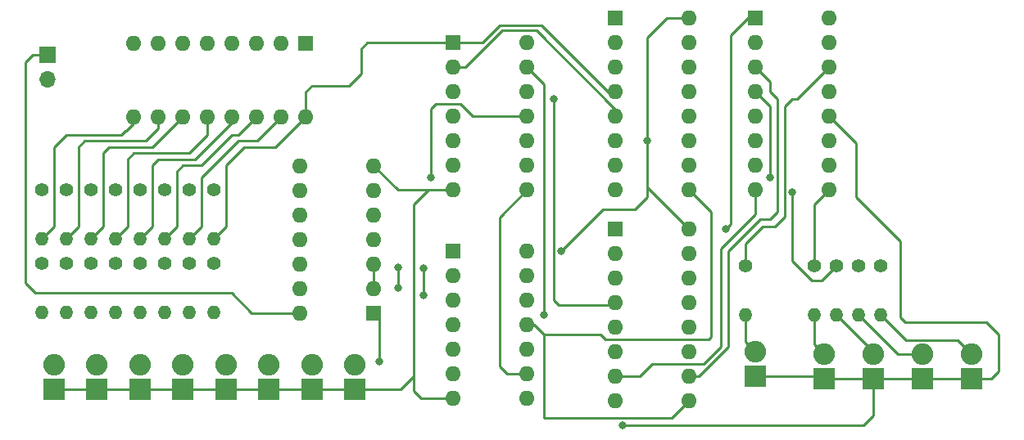
<source format=gbr>
%TF.GenerationSoftware,KiCad,Pcbnew,(6.0.4)*%
%TF.CreationDate,2022-04-08T01:44:20+01:00*%
%TF.ProjectId,test,74657374-2e6b-4696-9361-645f70636258,rev?*%
%TF.SameCoordinates,Original*%
%TF.FileFunction,Copper,L2,Bot*%
%TF.FilePolarity,Positive*%
%FSLAX46Y46*%
G04 Gerber Fmt 4.6, Leading zero omitted, Abs format (unit mm)*
G04 Created by KiCad (PCBNEW (6.0.4)) date 2022-04-08 01:44:20*
%MOMM*%
%LPD*%
G01*
G04 APERTURE LIST*
%TA.AperFunction,ComponentPad*%
%ADD10R,1.600000X1.600000*%
%TD*%
%TA.AperFunction,ComponentPad*%
%ADD11O,1.600000X1.600000*%
%TD*%
%TA.AperFunction,ComponentPad*%
%ADD12O,1.400000X1.400000*%
%TD*%
%TA.AperFunction,ComponentPad*%
%ADD13C,1.400000*%
%TD*%
%TA.AperFunction,ComponentPad*%
%ADD14R,2.240000X2.240000*%
%TD*%
%TA.AperFunction,ComponentPad*%
%ADD15O,2.240000X2.240000*%
%TD*%
%TA.AperFunction,ComponentPad*%
%ADD16R,1.700000X1.700000*%
%TD*%
%TA.AperFunction,ComponentPad*%
%ADD17O,1.700000X1.700000*%
%TD*%
%TA.AperFunction,ViaPad*%
%ADD18C,0.800000*%
%TD*%
%TA.AperFunction,Conductor*%
%ADD19C,0.250000*%
%TD*%
G04 APERTURE END LIST*
D10*
%TO.P,U6,1,~{Mr}*%
%TO.N,unconnected-(U6-Pad1)*%
X99314000Y-51054000D03*
D11*
%TO.P,U6,2,Q0*%
%TO.N,/4bit register/Q0_1*%
X99314000Y-53594000D03*
%TO.P,U6,3,~{Q0}*%
%TO.N,unconnected-(U6-Pad3)*%
X99314000Y-56134000D03*
%TO.P,U6,4,D0*%
%TO.N,/4bit register/D0_1*%
X99314000Y-58674000D03*
%TO.P,U6,5,D1*%
%TO.N,/4bit register/D1_1*%
X99314000Y-61214000D03*
%TO.P,U6,6,~{Q1}*%
%TO.N,unconnected-(U6-Pad6)*%
X99314000Y-63754000D03*
%TO.P,U6,7,Q1*%
%TO.N,/4bit register/Q1_1*%
X99314000Y-66294000D03*
%TO.P,U6,8,GND*%
%TO.N,/4bit register/GND*%
X99314000Y-68834000D03*
%TO.P,U6,9,Cp*%
%TO.N,/4bit register/CLK*%
X106934000Y-68834000D03*
%TO.P,U6,10,Q2*%
%TO.N,/4bit register/Q2_1*%
X106934000Y-66294000D03*
%TO.P,U6,11,~{Q2}*%
%TO.N,unconnected-(U6-Pad11)*%
X106934000Y-63754000D03*
%TO.P,U6,12,D2*%
%TO.N,/4bit register/D2_1*%
X106934000Y-61214000D03*
%TO.P,U6,13,D3*%
%TO.N,/4bit register/D3_1*%
X106934000Y-58674000D03*
%TO.P,U6,14,~{Q3}*%
%TO.N,unconnected-(U6-Pad14)*%
X106934000Y-56134000D03*
%TO.P,U6,15,Q3*%
%TO.N,/4bit register/Q3_1*%
X106934000Y-53594000D03*
%TO.P,U6,16,VCC*%
%TO.N,/4bit register/VCC*%
X106934000Y-51054000D03*
%TD*%
D10*
%TO.P,SW1,1*%
%TO.N,/4bit register/VCC*%
X67320000Y-31792500D03*
D11*
%TO.P,SW1,2*%
X64780000Y-31792500D03*
%TO.P,SW1,3*%
X62240000Y-31792500D03*
%TO.P,SW1,4*%
X59700000Y-31792500D03*
%TO.P,SW1,5*%
X57160000Y-31792500D03*
%TO.P,SW1,6*%
X54620000Y-31792500D03*
%TO.P,SW1,7*%
X52080000Y-31792500D03*
%TO.P,SW1,8*%
X49540000Y-31792500D03*
%TO.P,SW1,9*%
%TO.N,/4bit register/D3_1*%
X49540000Y-39412500D03*
%TO.P,SW1,10*%
%TO.N,/4bit register/D2_1*%
X52080000Y-39412500D03*
%TO.P,SW1,11*%
%TO.N,/4bit register/D1_1*%
X54620000Y-39412500D03*
%TO.P,SW1,12*%
%TO.N,/4bit register/D0_1*%
X57160000Y-39412500D03*
%TO.P,SW1,13*%
%TO.N,/4bit register/D3_0*%
X59700000Y-39412500D03*
%TO.P,SW1,14*%
%TO.N,/4bit register/D2_0*%
X62240000Y-39412500D03*
%TO.P,SW1,15*%
%TO.N,/4bit register/D1_0*%
X64780000Y-39412500D03*
%TO.P,SW1,16*%
%TO.N,/4bit register/D0_0*%
X67320000Y-39412500D03*
%TD*%
D12*
%TO.P,R21,2*%
%TO.N,Net-(D13-Pad2)*%
X57785000Y-59690000D03*
D13*
%TO.P,R21,1*%
%TO.N,/4bit register/D0_0*%
X57785000Y-54610000D03*
%TD*%
D12*
%TO.P,R20,2*%
%TO.N,Net-(D12-Pad2)*%
X55245000Y-59690000D03*
D13*
%TO.P,R20,1*%
%TO.N,/4bit register/D1_0*%
X55245000Y-54610000D03*
%TD*%
D12*
%TO.P,R19,2*%
%TO.N,Net-(D11-Pad2)*%
X52705000Y-59690000D03*
D13*
%TO.P,R19,1*%
%TO.N,/4bit register/D2_0*%
X52705000Y-54610000D03*
%TD*%
D12*
%TO.P,R18,2*%
%TO.N,Net-(D10-Pad2)*%
X50165000Y-59690000D03*
D13*
%TO.P,R18,1*%
%TO.N,/4bit register/D3_0*%
X50165000Y-54610000D03*
%TD*%
%TO.P,R17,1*%
%TO.N,/4bit register/D0_1*%
X47625000Y-54610000D03*
D12*
%TO.P,R17,2*%
%TO.N,Net-(D9-Pad2)*%
X47625000Y-59690000D03*
%TD*%
D13*
%TO.P,R16,1*%
%TO.N,/4bit register/D1_1*%
X45085000Y-54610000D03*
D12*
%TO.P,R16,2*%
%TO.N,Net-(D8-Pad2)*%
X45085000Y-59690000D03*
%TD*%
D13*
%TO.P,R15,1*%
%TO.N,/4bit register/D2_1*%
X42545000Y-54610000D03*
D12*
%TO.P,R15,2*%
%TO.N,Net-(D7-Pad2)*%
X42545000Y-59690000D03*
%TD*%
D13*
%TO.P,R14,1*%
%TO.N,/4bit register/D3_1*%
X40005000Y-54610000D03*
D12*
%TO.P,R14,2*%
%TO.N,Net-(D6-Pad2)*%
X40005000Y-59690000D03*
%TD*%
D14*
%TO.P,D13,1,K*%
%TO.N,/4bit register/GND*%
X72390000Y-67650000D03*
D15*
%TO.P,D13,2,A*%
%TO.N,Net-(D13-Pad2)*%
X72390000Y-65110000D03*
%TD*%
%TO.P,D12,2,A*%
%TO.N,Net-(D12-Pad2)*%
X67945000Y-65110000D03*
D14*
%TO.P,D12,1,K*%
%TO.N,/4bit register/GND*%
X67945000Y-67650000D03*
%TD*%
D15*
%TO.P,D11,2,A*%
%TO.N,Net-(D11-Pad2)*%
X63500000Y-65110000D03*
D14*
%TO.P,D11,1,K*%
%TO.N,/4bit register/GND*%
X63500000Y-67650000D03*
%TD*%
%TO.P,D10,1,K*%
%TO.N,/4bit register/GND*%
X59055000Y-67650000D03*
D15*
%TO.P,D10,2,A*%
%TO.N,Net-(D10-Pad2)*%
X59055000Y-65110000D03*
%TD*%
D14*
%TO.P,D9,1,K*%
%TO.N,/4bit register/GND*%
X54610000Y-67650000D03*
D15*
%TO.P,D9,2,A*%
%TO.N,Net-(D9-Pad2)*%
X54610000Y-65110000D03*
%TD*%
%TO.P,D8,2,A*%
%TO.N,Net-(D8-Pad2)*%
X50165000Y-65110000D03*
D14*
%TO.P,D8,1,K*%
%TO.N,/4bit register/GND*%
X50165000Y-67650000D03*
%TD*%
%TO.P,D7,1,K*%
%TO.N,/4bit register/GND*%
X45720000Y-67650000D03*
D15*
%TO.P,D7,2,A*%
%TO.N,Net-(D7-Pad2)*%
X45720000Y-65110000D03*
%TD*%
D14*
%TO.P,D6,1,K*%
%TO.N,/4bit register/GND*%
X41275000Y-67650000D03*
D15*
%TO.P,D6,2,A*%
%TO.N,Net-(D6-Pad2)*%
X41275000Y-65110000D03*
%TD*%
D14*
%TO.P,D5,1,K*%
%TO.N,/4bit register/GND*%
X113792000Y-66294000D03*
D15*
%TO.P,D5,2,A*%
%TO.N,Net-(D5-Pad2)*%
X113792000Y-63754000D03*
%TD*%
D13*
%TO.P,R8,1*%
%TO.N,/4bit register/GND*%
X52705000Y-46990000D03*
D12*
%TO.P,R8,2*%
%TO.N,/4bit register/D2_0*%
X52705000Y-52070000D03*
%TD*%
D13*
%TO.P,R12,1*%
%TO.N,/4bit register/GND*%
X42545000Y-46990000D03*
D12*
%TO.P,R12,2*%
%TO.N,/4bit register/D2_1*%
X42545000Y-52070000D03*
%TD*%
%TO.P,R2,2*%
%TO.N,Net-(D2-Pad2)*%
X122174000Y-59944000D03*
D13*
%TO.P,R2,1*%
%TO.N,Net-(R2-Pad1)*%
X122174000Y-54864000D03*
%TD*%
%TO.P,R6,1*%
%TO.N,/4bit register/GND*%
X57785000Y-46990000D03*
D12*
%TO.P,R6,2*%
%TO.N,/4bit register/D0_0*%
X57785000Y-52070000D03*
%TD*%
D11*
%TO.P,U2,14,VCC*%
%TO.N,/4bit register/VCC*%
X90170000Y-53340000D03*
%TO.P,U2,13*%
%TO.N,Net-(U2-Pad13)*%
X90170000Y-55880000D03*
%TO.P,U2,12*%
%TO.N,Net-(U2-Pad12)*%
X90170000Y-58420000D03*
%TO.P,U2,11*%
%TO.N,/4bit register/CLK*%
X90170000Y-60960000D03*
%TO.P,U2,10*%
%TO.N,Net-(U2-Pad10)*%
X90170000Y-63500000D03*
%TO.P,U2,9*%
%TO.N,Net-(U1-Pad8)*%
X90170000Y-66040000D03*
%TO.P,U2,8*%
%TO.N,Net-(U2-Pad13)*%
X90170000Y-68580000D03*
%TO.P,U2,7,GND*%
%TO.N,/4bit register/GND*%
X82550000Y-68580000D03*
%TO.P,U2,6*%
%TO.N,Net-(U2-Pad10)*%
X82550000Y-66040000D03*
%TO.P,U2,5*%
%TO.N,/4bit register/D3_1*%
X82550000Y-63500000D03*
%TO.P,U2,4*%
%TO.N,Net-(U2-Pad3)*%
X82550000Y-60960000D03*
%TO.P,U2,3*%
X82550000Y-58420000D03*
%TO.P,U2,2*%
%TO.N,/4bit register/D2_1*%
X82550000Y-55880000D03*
D10*
%TO.P,U2,1*%
%TO.N,Net-(U1-Pad11)*%
X82550000Y-53340000D03*
%TD*%
D13*
%TO.P,R3,1*%
%TO.N,Net-(R3-Pad1)*%
X124460000Y-54864000D03*
D12*
%TO.P,R3,2*%
%TO.N,Net-(D3-Pad2)*%
X124460000Y-59944000D03*
%TD*%
D11*
%TO.P,U4,16,B4*%
%TO.N,/4bit register/Q3_0*%
X121412000Y-29210000D03*
%TO.P,U4,15,S4*%
%TO.N,Net-(R4-Pad1)*%
X121412000Y-31750000D03*
%TO.P,U4,14,C4*%
%TO.N,Net-(R5-Pad1)*%
X121412000Y-34290000D03*
%TO.P,U4,13,C0*%
%TO.N,unconnected-(U4-Pad13)*%
X121412000Y-36830000D03*
%TO.P,U4,12,GND*%
%TO.N,/4bit register/GND*%
X121412000Y-39370000D03*
%TO.P,U4,11,B1*%
%TO.N,/4bit register/Q0_0*%
X121412000Y-41910000D03*
%TO.P,U4,10,A1*%
%TO.N,/4bit register/Q0_1*%
X121412000Y-44450000D03*
%TO.P,U4,9,S1*%
%TO.N,Net-(R1-Pad1)*%
X121412000Y-46990000D03*
%TO.P,U4,8,A2*%
%TO.N,/4bit register/Q1_1*%
X113792000Y-46990000D03*
%TO.P,U4,7,B2*%
%TO.N,/4bit register/Q1_0*%
X113792000Y-44450000D03*
%TO.P,U4,6,S2*%
%TO.N,Net-(R2-Pad1)*%
X113792000Y-41910000D03*
%TO.P,U4,5,VCC*%
%TO.N,/4bit register/VCC*%
X113792000Y-39370000D03*
%TO.P,U4,4,B3*%
%TO.N,/4bit register/Q2_0*%
X113792000Y-36830000D03*
%TO.P,U4,3,A3*%
%TO.N,/4bit register/Q2_1*%
X113792000Y-34290000D03*
%TO.P,U4,2,S3*%
%TO.N,Net-(R3-Pad1)*%
X113792000Y-31750000D03*
D10*
%TO.P,U4,1,A4*%
%TO.N,/4bit register/Q3_1*%
X113792000Y-29210000D03*
%TD*%
D13*
%TO.P,R1,1*%
%TO.N,Net-(R1-Pad1)*%
X119888000Y-54864000D03*
D12*
%TO.P,R1,2*%
%TO.N,Net-(D1-Pad2)*%
X119888000Y-59944000D03*
%TD*%
D13*
%TO.P,R4,1*%
%TO.N,Net-(R4-Pad1)*%
X126746000Y-54864000D03*
D12*
%TO.P,R4,2*%
%TO.N,Net-(D4-Pad2)*%
X126746000Y-59944000D03*
%TD*%
D14*
%TO.P,D1,1,K*%
%TO.N,/4bit register/GND*%
X120904000Y-66548000D03*
D15*
%TO.P,D1,2,A*%
%TO.N,Net-(D1-Pad2)*%
X120904000Y-64008000D03*
%TD*%
D16*
%TO.P,BT1,1,+*%
%TO.N,/4bit register/VCC*%
X40640000Y-33020000D03*
D17*
%TO.P,BT1,2,-*%
%TO.N,/4bit register/GND*%
X40640000Y-35560000D03*
%TD*%
D13*
%TO.P,R11,1*%
%TO.N,/4bit register/GND*%
X45085000Y-46990000D03*
D12*
%TO.P,R11,2*%
%TO.N,/4bit register/D1_1*%
X45085000Y-52070000D03*
%TD*%
D13*
%TO.P,R13,1*%
%TO.N,/4bit register/GND*%
X40005000Y-46990000D03*
D12*
%TO.P,R13,2*%
%TO.N,/4bit register/D3_1*%
X40005000Y-52070000D03*
%TD*%
D10*
%TO.P,U5,1,~{Mr}*%
%TO.N,unconnected-(U5-Pad1)*%
X99324000Y-29200000D03*
D11*
%TO.P,U5,2,Q0*%
%TO.N,/4bit register/Q0_0*%
X99324000Y-31740000D03*
%TO.P,U5,3,~{Q0}*%
%TO.N,unconnected-(U5-Pad3)*%
X99324000Y-34280000D03*
%TO.P,U5,4,D0*%
%TO.N,/4bit register/D0_0*%
X99324000Y-36820000D03*
%TO.P,U5,5,D1*%
%TO.N,/4bit register/D1_0*%
X99324000Y-39360000D03*
%TO.P,U5,6,~{Q1}*%
%TO.N,unconnected-(U5-Pad6)*%
X99324000Y-41900000D03*
%TO.P,U5,7,Q1*%
%TO.N,/4bit register/Q1_0*%
X99324000Y-44440000D03*
%TO.P,U5,8,GND*%
%TO.N,/4bit register/GND*%
X99324000Y-46980000D03*
%TO.P,U5,9,Cp*%
%TO.N,/4bit register/CLK*%
X106944000Y-46980000D03*
%TO.P,U5,10,Q2*%
%TO.N,/4bit register/Q2_0*%
X106944000Y-44440000D03*
%TO.P,U5,11,~{Q2}*%
%TO.N,unconnected-(U5-Pad11)*%
X106944000Y-41900000D03*
%TO.P,U5,12,D2*%
%TO.N,/4bit register/D2_0*%
X106944000Y-39360000D03*
%TO.P,U5,13,D3*%
%TO.N,/4bit register/D3_0*%
X106944000Y-36820000D03*
%TO.P,U5,14,~{Q3}*%
%TO.N,unconnected-(U5-Pad14)*%
X106944000Y-34280000D03*
%TO.P,U5,15,Q3*%
%TO.N,/4bit register/Q3_0*%
X106944000Y-31740000D03*
%TO.P,U5,16,VCC*%
%TO.N,/4bit register/VCC*%
X106944000Y-29200000D03*
%TD*%
D13*
%TO.P,R5,1*%
%TO.N,Net-(R5-Pad1)*%
X112776000Y-54864000D03*
D12*
%TO.P,R5,2*%
%TO.N,Net-(D5-Pad2)*%
X112776000Y-59944000D03*
%TD*%
D15*
%TO.P,D3,2,A*%
%TO.N,Net-(D3-Pad2)*%
X131064000Y-64008000D03*
D14*
%TO.P,D3,1,K*%
%TO.N,/4bit register/GND*%
X131064000Y-66548000D03*
%TD*%
D11*
%TO.P,U1,14,VCC*%
%TO.N,/4bit register/VCC*%
X90180000Y-31745000D03*
%TO.P,U1,13*%
%TO.N,/4bit register/D1_1*%
X90180000Y-34285000D03*
%TO.P,U1,12*%
%TO.N,/4bit register/D0_1*%
X90180000Y-36825000D03*
%TO.P,U1,11*%
%TO.N,Net-(U1-Pad11)*%
X90180000Y-39365000D03*
%TO.P,U1,10*%
%TO.N,/4bit register/D3_0*%
X90180000Y-41905000D03*
%TO.P,U1,9*%
%TO.N,Net-(U1-Pad6)*%
X90180000Y-44445000D03*
%TO.P,U1,8*%
%TO.N,Net-(U1-Pad8)*%
X90180000Y-46985000D03*
%TO.P,U1,7,GND*%
%TO.N,/4bit register/GND*%
X82560000Y-46985000D03*
%TO.P,U1,6*%
%TO.N,Net-(U1-Pad6)*%
X82560000Y-44445000D03*
%TO.P,U1,5*%
%TO.N,/4bit register/D2_0*%
X82560000Y-41905000D03*
%TO.P,U1,4*%
%TO.N,Net-(U1-Pad3)*%
X82560000Y-39365000D03*
%TO.P,U1,3*%
X82560000Y-36825000D03*
%TO.P,U1,2*%
%TO.N,/4bit register/D1_0*%
X82560000Y-34285000D03*
D10*
%TO.P,U1,1*%
%TO.N,/4bit register/D0_0*%
X82560000Y-31745000D03*
%TD*%
D13*
%TO.P,R10,1*%
%TO.N,/4bit register/GND*%
X47625000Y-46990000D03*
D12*
%TO.P,R10,2*%
%TO.N,/4bit register/D0_1*%
X47625000Y-52070000D03*
%TD*%
D14*
%TO.P,D4,1,K*%
%TO.N,/4bit register/GND*%
X136144000Y-66548000D03*
D15*
%TO.P,D4,2,A*%
%TO.N,Net-(D4-Pad2)*%
X136144000Y-64008000D03*
%TD*%
D13*
%TO.P,R9,1*%
%TO.N,/4bit register/GND*%
X50165000Y-46990000D03*
D12*
%TO.P,R9,2*%
%TO.N,/4bit register/D3_0*%
X50165000Y-52070000D03*
%TD*%
D13*
%TO.P,R7,1*%
%TO.N,/4bit register/GND*%
X55245000Y-46990000D03*
D12*
%TO.P,R7,2*%
%TO.N,/4bit register/D1_0*%
X55245000Y-52070000D03*
%TD*%
D11*
%TO.P,U3,14,VCC*%
%TO.N,/4bit register/VCC*%
X66665000Y-59695000D03*
%TO.P,U3,13*%
%TO.N,unconnected-(U3-Pad13)*%
X66665000Y-57155000D03*
%TO.P,U3,12*%
%TO.N,unconnected-(U3-Pad12)*%
X66665000Y-54615000D03*
%TO.P,U3,11*%
%TO.N,unconnected-(U3-Pad11)*%
X66665000Y-52075000D03*
%TO.P,U3,10*%
%TO.N,unconnected-(U3-Pad10)*%
X66665000Y-49535000D03*
%TO.P,U3,9*%
%TO.N,unconnected-(U3-Pad9)*%
X66665000Y-46995000D03*
%TO.P,U3,8*%
%TO.N,unconnected-(U3-Pad8)*%
X66665000Y-44455000D03*
%TO.P,U3,7,GND*%
%TO.N,/4bit register/GND*%
X74285000Y-44455000D03*
%TO.P,U3,6*%
%TO.N,unconnected-(U3-Pad6)*%
X74285000Y-46995000D03*
%TO.P,U3,5*%
%TO.N,unconnected-(U3-Pad5)*%
X74285000Y-49535000D03*
%TO.P,U3,4*%
%TO.N,Net-(U2-Pad12)*%
X74285000Y-52075000D03*
%TO.P,U3,3*%
%TO.N,Net-(U3-Pad2)*%
X74285000Y-54615000D03*
%TO.P,U3,2*%
X74285000Y-57155000D03*
D10*
%TO.P,U3,1*%
%TO.N,Net-(U2-Pad13)*%
X74285000Y-59695000D03*
%TD*%
D14*
%TO.P,D2,1,K*%
%TO.N,/4bit register/GND*%
X125984000Y-66548000D03*
D15*
%TO.P,D2,2,A*%
%TO.N,Net-(D2-Pad2)*%
X125984000Y-64008000D03*
%TD*%
D18*
%TO.N,Net-(R2-Pad1)*%
X117602000Y-47244000D03*
%TO.N,/4bit register/VCC*%
X102616000Y-41910000D03*
%TO.N,/4bit register/Q3_1*%
X110744000Y-51054000D03*
%TO.N,/4bit register/Q2_0*%
X115316000Y-45720000D03*
%TO.N,/4bit register/VCC*%
X93726000Y-53340000D03*
%TO.N,/4bit register/GND*%
X100076000Y-71374000D03*
%TO.N,/4bit register/D0_1*%
X92964000Y-37592000D03*
%TO.N,/4bit register/D1_1*%
X91948000Y-59944000D03*
%TO.N,Net-(U2-Pad13)*%
X79502000Y-55118000D03*
X79502000Y-57912000D03*
%TO.N,Net-(U1-Pad11)*%
X80264000Y-45720000D03*
%TO.N,Net-(U2-Pad12)*%
X76820802Y-57150000D03*
X76814104Y-55002035D03*
%TO.N,Net-(U2-Pad13)*%
X74930000Y-64770000D03*
%TD*%
D19*
%TO.N,/4bit register/GND*%
X125984000Y-66548000D02*
X125984000Y-70358000D01*
X125984000Y-70358000D02*
X124968000Y-71374000D01*
X124968000Y-71374000D02*
X100076000Y-71374000D01*
X131064000Y-66548000D02*
X136144000Y-66548000D01*
X125984000Y-66548000D02*
X131064000Y-66548000D01*
X120904000Y-66548000D02*
X125984000Y-66548000D01*
X113792000Y-66294000D02*
X120650000Y-66294000D01*
X120650000Y-66294000D02*
X120904000Y-66548000D01*
%TO.N,Net-(D4-Pad2)*%
X126746000Y-59944000D02*
X129365489Y-62563489D01*
X134699489Y-62563489D02*
X136144000Y-64008000D01*
X129365489Y-62563489D02*
X134699489Y-62563489D01*
%TO.N,Net-(D3-Pad2)*%
X124460000Y-59944000D02*
X128524000Y-64008000D01*
X128524000Y-64008000D02*
X131064000Y-64008000D01*
%TO.N,Net-(D2-Pad2)*%
X122174000Y-59944000D02*
X125984000Y-63754000D01*
X125984000Y-63754000D02*
X125984000Y-64008000D01*
%TO.N,Net-(D1-Pad2)*%
X119888000Y-59944000D02*
X119888000Y-62992000D01*
X119888000Y-62992000D02*
X120904000Y-64008000D01*
%TO.N,Net-(D5-Pad2)*%
X112776000Y-59944000D02*
X112776000Y-62738000D01*
X112776000Y-62738000D02*
X113792000Y-63754000D01*
%TO.N,Net-(R2-Pad1)*%
X117602000Y-47244000D02*
X117602000Y-54356000D01*
X117602000Y-54356000D02*
X119634000Y-56388000D01*
X120650000Y-56388000D02*
X122174000Y-54864000D01*
X119634000Y-56388000D02*
X120650000Y-56388000D01*
%TO.N,/4bit register/Q3_1*%
X110744000Y-51054000D02*
X111252000Y-50546000D01*
X111252000Y-50546000D02*
X111252000Y-30988000D01*
X111252000Y-30988000D02*
X113030000Y-29210000D01*
X113030000Y-29210000D02*
X113792000Y-29210000D01*
%TO.N,Net-(R1-Pad1)*%
X121412000Y-46990000D02*
X119888000Y-48514000D01*
X119888000Y-48514000D02*
X119888000Y-54864000D01*
%TO.N,Net-(R5-Pad1)*%
X115824000Y-50800000D02*
X114554000Y-50800000D01*
X116840000Y-49784000D02*
X115824000Y-50800000D01*
X118110000Y-37592000D02*
X117602000Y-37592000D01*
X121412000Y-34290000D02*
X118110000Y-37592000D01*
X116840000Y-38354000D02*
X116840000Y-49784000D01*
X117602000Y-37592000D02*
X116840000Y-38354000D01*
X114554000Y-50800000D02*
X112776000Y-52578000D01*
X112776000Y-52578000D02*
X112776000Y-54864000D01*
%TO.N,/4bit register/Q2_1*%
X106934000Y-66294000D02*
X107950000Y-66294000D01*
X110998000Y-63246000D02*
X110998000Y-53340000D01*
X107950000Y-66294000D02*
X110998000Y-63246000D01*
X110998000Y-53340000D02*
X114300000Y-50038000D01*
X114300000Y-50038000D02*
X115316000Y-50038000D01*
X115316000Y-36830000D02*
X115316000Y-35814000D01*
X115316000Y-50038000D02*
X116078000Y-49276000D01*
X116078000Y-49276000D02*
X116078000Y-37592000D01*
X115316000Y-35814000D02*
X113792000Y-34290000D01*
X116078000Y-37592000D02*
X115316000Y-36830000D01*
%TO.N,/4bit register/Q1_1*%
X99314000Y-66294000D02*
X101854000Y-66294000D01*
X108458000Y-65024000D02*
X110236000Y-63246000D01*
X101854000Y-66294000D02*
X103124000Y-65024000D01*
X103124000Y-65024000D02*
X108458000Y-65024000D01*
X110236000Y-63246000D02*
X110236000Y-53086000D01*
X110236000Y-53086000D02*
X113792000Y-49530000D01*
X113792000Y-49530000D02*
X113792000Y-46990000D01*
%TO.N,/4bit register/GND*%
X121412000Y-39370000D02*
X124206000Y-42164000D01*
X124206000Y-42164000D02*
X124206000Y-47752000D01*
X124206000Y-47752000D02*
X128778000Y-52324000D01*
X128778000Y-52324000D02*
X128778000Y-60198000D01*
X128778000Y-60198000D02*
X129286000Y-60706000D01*
X129286000Y-60706000D02*
X137668000Y-60706000D01*
X137668000Y-60706000D02*
X138938000Y-61976000D01*
X138938000Y-61976000D02*
X138938000Y-65786000D01*
X138938000Y-65786000D02*
X138176000Y-66548000D01*
X138176000Y-66548000D02*
X136144000Y-66548000D01*
%TO.N,/4bit register/Q2_0*%
X115316000Y-45720000D02*
X115316000Y-38354000D01*
X115316000Y-38354000D02*
X113792000Y-36830000D01*
%TO.N,/4bit register/VCC*%
X102616000Y-47752000D02*
X102616000Y-46736000D01*
X93726000Y-53340000D02*
X98044000Y-49022000D01*
X101346000Y-49022000D02*
X102616000Y-47752000D01*
X98044000Y-49022000D02*
X101346000Y-49022000D01*
X106934000Y-51054000D02*
X102616000Y-46736000D01*
X102616000Y-46736000D02*
X102616000Y-31242000D01*
X102616000Y-31242000D02*
X104658000Y-29200000D01*
X104658000Y-29200000D02*
X106944000Y-29200000D01*
%TO.N,/4bit register/CLK*%
X91948000Y-61976000D02*
X97790000Y-61976000D01*
X97790000Y-61976000D02*
X98298000Y-62484000D01*
X98298000Y-62484000D02*
X108966000Y-62484000D01*
X108966000Y-62484000D02*
X109220000Y-62230000D01*
X109220000Y-62230000D02*
X109220000Y-49256000D01*
X109220000Y-49256000D02*
X106944000Y-46980000D01*
%TO.N,/4bit register/D0_1*%
X92964000Y-58420000D02*
X93472000Y-58928000D01*
X92964000Y-37592000D02*
X92964000Y-58420000D01*
X93472000Y-58928000D02*
X99060000Y-58928000D01*
X99060000Y-58928000D02*
X99314000Y-58674000D01*
%TO.N,/4bit register/D1_1*%
X91948000Y-59944000D02*
X91948000Y-36053000D01*
X91948000Y-36053000D02*
X90180000Y-34285000D01*
%TO.N,Net-(U1-Pad8)*%
X90170000Y-66040000D02*
X88138000Y-66040000D01*
X88138000Y-66040000D02*
X87376000Y-65278000D01*
X87376000Y-65278000D02*
X87376000Y-49789000D01*
X87376000Y-49789000D02*
X90180000Y-46985000D01*
%TO.N,/4bit register/CLK*%
X91948000Y-70612000D02*
X91948000Y-61976000D01*
X90932000Y-60960000D02*
X90170000Y-60960000D01*
X106934000Y-68834000D02*
X105156000Y-70612000D01*
X105156000Y-70612000D02*
X91948000Y-70612000D01*
X91948000Y-61976000D02*
X90932000Y-60960000D01*
%TO.N,Net-(U2-Pad13)*%
X79502000Y-57912000D02*
X79502000Y-55118000D01*
%TO.N,Net-(U1-Pad11)*%
X80264000Y-45720000D02*
X80264000Y-38608000D01*
X80264000Y-38608000D02*
X80772000Y-38100000D01*
X80772000Y-38100000D02*
X83312000Y-38100000D01*
X83312000Y-38100000D02*
X84577000Y-39365000D01*
X84577000Y-39365000D02*
X90180000Y-39365000D01*
%TO.N,/4bit register/D1_0*%
X82560000Y-34285000D02*
X83825000Y-34285000D01*
X83825000Y-34285000D02*
X87630000Y-30480000D01*
X87630000Y-30480000D02*
X91186000Y-30480000D01*
X91186000Y-30480000D02*
X99324000Y-38618000D01*
X99324000Y-38618000D02*
X99324000Y-39360000D01*
%TO.N,/4bit register/D0_0*%
X82560000Y-31745000D02*
X85603000Y-31745000D01*
X85603000Y-31745000D02*
X87376000Y-29972000D01*
X87376000Y-29972000D02*
X91694000Y-29972000D01*
X91694000Y-29972000D02*
X98542000Y-36820000D01*
X98542000Y-36820000D02*
X99324000Y-36820000D01*
%TO.N,/4bit register/VCC*%
X38354000Y-33782000D02*
X39116000Y-33020000D01*
X38354000Y-56642000D02*
X38354000Y-33782000D01*
X61727000Y-59695000D02*
X59690000Y-57658000D01*
X39370000Y-57658000D02*
X38354000Y-56642000D01*
X66665000Y-59695000D02*
X61727000Y-59695000D01*
X39116000Y-33020000D02*
X40640000Y-33020000D01*
X59690000Y-57658000D02*
X39370000Y-57658000D01*
%TO.N,/4bit register/GND*%
X45720000Y-67650000D02*
X50165000Y-67650000D01*
X41275000Y-67650000D02*
X45720000Y-67650000D01*
X54610000Y-67650000D02*
X50165000Y-67650000D01*
X54610000Y-67650000D02*
X59055000Y-67650000D01*
X63500000Y-67650000D02*
X59055000Y-67650000D01*
X67945000Y-67650000D02*
X63500000Y-67650000D01*
X72390000Y-67650000D02*
X67945000Y-67650000D01*
X78486000Y-66294000D02*
X78486000Y-67818000D01*
X78486000Y-48514000D02*
X78486000Y-66294000D01*
X78486000Y-66294000D02*
X77130000Y-67650000D01*
X77130000Y-67650000D02*
X72390000Y-67650000D01*
X80513000Y-46985000D02*
X82560000Y-46985000D01*
X76815000Y-46985000D02*
X80513000Y-46985000D01*
X80513000Y-46985000D02*
X80015000Y-46985000D01*
X80015000Y-46985000D02*
X78486000Y-48514000D01*
X78486000Y-67818000D02*
X79248000Y-68580000D01*
X79248000Y-68580000D02*
X82550000Y-68580000D01*
X74285000Y-44455000D02*
X76815000Y-46985000D01*
%TO.N,/4bit register/D0_1*%
X57150000Y-41275000D02*
X57150000Y-39422500D01*
X57150000Y-39422500D02*
X57160000Y-39412500D01*
%TO.N,/4bit register/D2_1*%
X52070000Y-40386000D02*
X52070000Y-39422500D01*
X52070000Y-40386000D02*
X52070000Y-40640000D01*
X52070000Y-40640000D02*
X50800000Y-41910000D01*
X52080000Y-40630000D02*
X52070000Y-40640000D01*
X52070000Y-39422500D02*
X52080000Y-39412500D01*
%TO.N,/4bit register/D3_1*%
X48641000Y-40894000D02*
X48768000Y-40894000D01*
X48260000Y-41275000D02*
X48641000Y-40894000D01*
X48768000Y-40894000D02*
X49540000Y-40122000D01*
X49540000Y-40122000D02*
X49540000Y-39412500D01*
X40005000Y-52070000D02*
X41275000Y-50800000D01*
X41275000Y-50800000D02*
X41275000Y-42545000D01*
X41275000Y-42545000D02*
X42545000Y-41275000D01*
X42545000Y-41275000D02*
X48260000Y-41275000D01*
%TO.N,Net-(U2-Pad12)*%
X76814104Y-55002035D02*
X76820802Y-55008733D01*
X76820802Y-55008733D02*
X76820802Y-57150000D01*
%TO.N,Net-(U2-Pad13)*%
X74285000Y-59695000D02*
X74930000Y-60340000D01*
X74930000Y-64770000D02*
X74930000Y-60340000D01*
%TO.N,Net-(U3-Pad2)*%
X74285000Y-54615000D02*
X74285000Y-57155000D01*
%TO.N,/4bit register/D0_0*%
X82560000Y-31745000D02*
X73665000Y-31745000D01*
X73025000Y-32385000D02*
X73025000Y-34925000D01*
X71755000Y-36195000D02*
X67945000Y-36195000D01*
X67320000Y-36820000D02*
X67320000Y-39412500D01*
X73665000Y-31745000D02*
X73025000Y-32385000D01*
X73025000Y-34925000D02*
X71755000Y-36195000D01*
X67945000Y-36195000D02*
X67320000Y-36820000D01*
X67320000Y-39412500D02*
X67267500Y-39412500D01*
X59055000Y-50800000D02*
X57785000Y-52070000D01*
X67267500Y-39412500D02*
X64135000Y-42545000D01*
X64135000Y-42545000D02*
X60960000Y-42545000D01*
X60960000Y-42545000D02*
X59055000Y-44450000D01*
X59055000Y-44450000D02*
X59055000Y-50800000D01*
%TO.N,/4bit register/D1_0*%
X56515000Y-45720000D02*
X56515000Y-50800000D01*
X62282500Y-41910000D02*
X60325000Y-41910000D01*
X64780000Y-39412500D02*
X62282500Y-41910000D01*
X60325000Y-41910000D02*
X56515000Y-45720000D01*
X56515000Y-50800000D02*
X55245000Y-52070000D01*
%TO.N,/4bit register/D2_0*%
X62240000Y-39412500D02*
X62187500Y-39412500D01*
X62187500Y-39412500D02*
X60325000Y-41275000D01*
X56515000Y-44450000D02*
X54610000Y-44450000D01*
X54610000Y-44450000D02*
X53975000Y-45085000D01*
X60325000Y-41275000D02*
X59690000Y-41275000D01*
X59690000Y-41275000D02*
X56515000Y-44450000D01*
X53975000Y-45085000D02*
X53975000Y-50800000D01*
X53975000Y-50800000D02*
X52705000Y-52070000D01*
%TO.N,/4bit register/D3_0*%
X52070000Y-43815000D02*
X51435000Y-44450000D01*
X59700000Y-39995000D02*
X55880000Y-43815000D01*
X51435000Y-44450000D02*
X51435000Y-50800000D01*
X59700000Y-39412500D02*
X59700000Y-39995000D01*
X55880000Y-43815000D02*
X52070000Y-43815000D01*
X51435000Y-50800000D02*
X50165000Y-52070000D01*
%TO.N,/4bit register/D0_1*%
X48895000Y-43815000D02*
X48895000Y-46355000D01*
%TO.N,/4bit register/D1_1*%
X54620000Y-39412500D02*
X51487500Y-42545000D01*
X51487500Y-42545000D02*
X46990000Y-42545000D01*
X46990000Y-42545000D02*
X46355000Y-43180000D01*
X46355000Y-43180000D02*
X46355000Y-50800000D01*
X46355000Y-50800000D02*
X45085000Y-52070000D01*
%TO.N,/4bit register/D2_1*%
X50800000Y-41910000D02*
X44450000Y-41910000D01*
X44450000Y-41910000D02*
X43815000Y-42545000D01*
X43815000Y-50800000D02*
X42545000Y-52070000D01*
X43815000Y-42545000D02*
X43815000Y-50800000D01*
%TO.N,/4bit register/D0_1*%
X57150000Y-41275000D02*
X55245000Y-43180000D01*
X48895000Y-46355000D02*
X48895000Y-50800000D01*
X55245000Y-43180000D02*
X49530000Y-43180000D01*
X49530000Y-43180000D02*
X48895000Y-43815000D01*
X48895000Y-50800000D02*
X47625000Y-52070000D01*
%TD*%
M02*

</source>
